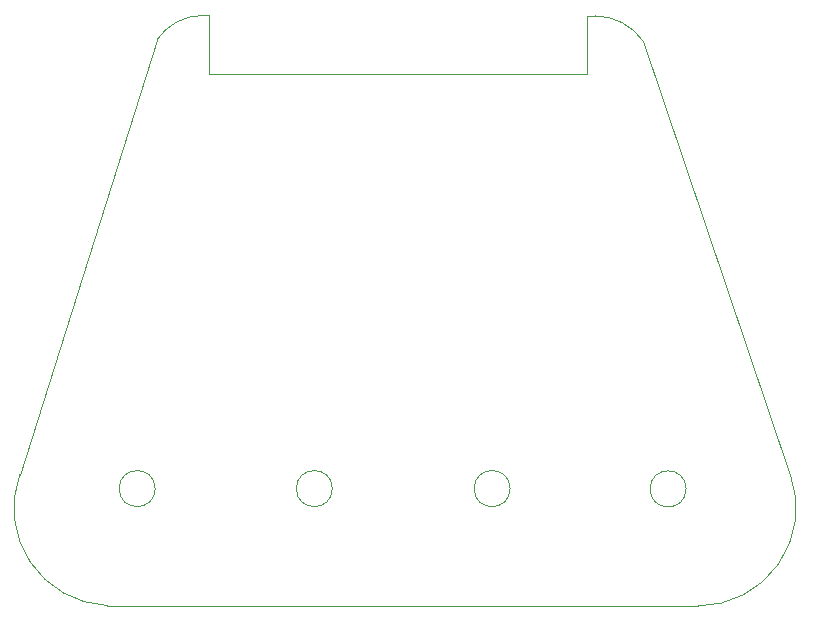
<source format=gm1>
%TF.GenerationSoftware,KiCad,Pcbnew,8.0.3*%
%TF.CreationDate,2024-06-22T21:50:30+02:00*%
%TF.ProjectId,W48_W49_Nummernschalter_Adapter,5734385f-5734-4395-9f4e-756d6d65726e,rev?*%
%TF.SameCoordinates,Original*%
%TF.FileFunction,Profile,NP*%
%FSLAX46Y46*%
G04 Gerber Fmt 4.6, Leading zero omitted, Abs format (unit mm)*
G04 Created by KiCad (PCBNEW 8.0.3) date 2024-06-22 21:50:30*
%MOMM*%
%LPD*%
G01*
G04 APERTURE LIST*
%TA.AperFunction,Profile*%
%ADD10C,0.050000*%
%TD*%
G04 APERTURE END LIST*
D10*
X105391587Y-91925700D02*
G75*
G02*
X97986797Y-80842951I370313J8262500D01*
G01*
X146030000Y-46959156D02*
X146030000Y-41990000D01*
X114000000Y-46940000D02*
X114000000Y-41959157D01*
X154406434Y-82051433D02*
G75*
G02*
X151353566Y-82051433I-1526434J0D01*
G01*
X151353566Y-82051433D02*
G75*
G02*
X154406434Y-82051433I1526434J0D01*
G01*
X139506434Y-82025000D02*
G75*
G02*
X136453566Y-82025000I-1526434J0D01*
G01*
X136453566Y-82025000D02*
G75*
G02*
X139506434Y-82025000I1526434J0D01*
G01*
X109581208Y-44054224D02*
G75*
G02*
X113441522Y-41959159I3918792J-2616676D01*
G01*
X150777628Y-44153950D02*
X163239475Y-80852434D01*
X124456434Y-82025000D02*
G75*
G02*
X121403566Y-82025000I-1526434J0D01*
G01*
X121403566Y-82025000D02*
G75*
G02*
X124456434Y-82025000I1526434J0D01*
G01*
X146030000Y-41990000D02*
X146666667Y-42000000D01*
X146030000Y-46959156D02*
X114000000Y-46940000D01*
X155423747Y-91959169D02*
X105391587Y-91925701D01*
X146666667Y-42000028D02*
G75*
G02*
X150777627Y-44153951I33J-4999972D01*
G01*
X109581207Y-44054224D02*
X97986805Y-80842954D01*
X114000000Y-41959157D02*
X113441522Y-41959157D01*
X163239475Y-80852434D02*
G75*
G02*
X155423747Y-91959171I-7815725J-2803436D01*
G01*
X109456434Y-82025000D02*
G75*
G02*
X106403566Y-82025000I-1526434J0D01*
G01*
X106403566Y-82025000D02*
G75*
G02*
X109456434Y-82025000I1526434J0D01*
G01*
M02*

</source>
